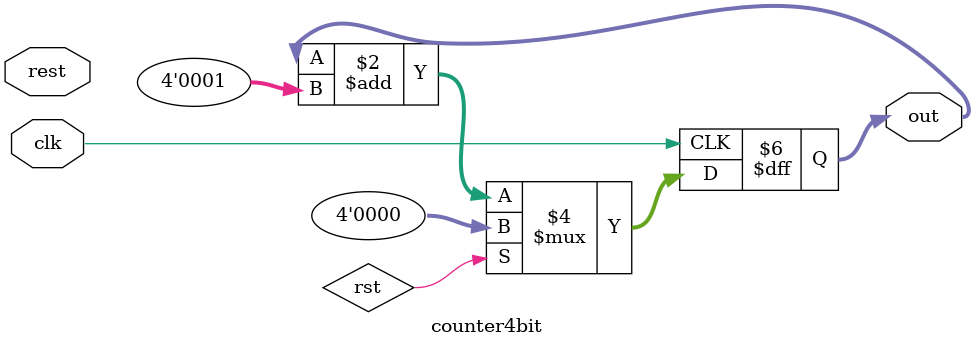
<source format=v>
module counter4bit(input clk, rest, output reg[3:0]out);
always@(posedge clk)
begin
	if(rst)
		out <= 0;
	else
		out = out + 4'b0001;
end
endmodule
</source>
